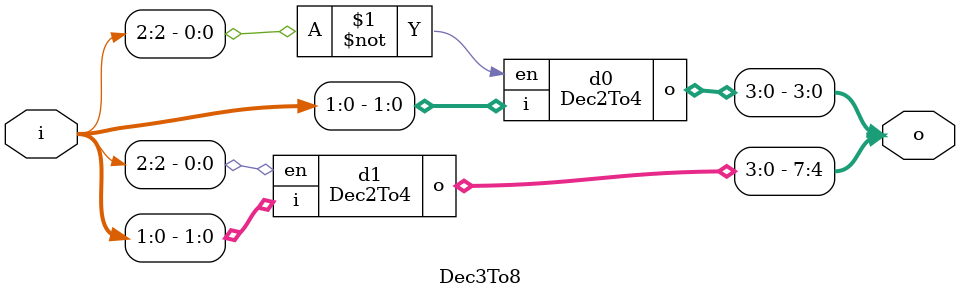
<source format=sv>
module Dec2To4(
    output [3:0] o, 
    input  [1:0] i, input en
);
    assign o[0] = en && ~i[1] && ~i[0];
    assign o[1] = en && ~i[1] &&  i[0];
    assign o[2] = en &&  i[1] && ~i[0];
    assign o[3] = en &&  i[1] &&  i[0];
endmodule

module Dec3To8(
    output [7:0] o, 
    input  [2:0] i
);
    Dec2To4 d0(o[3:0], i[1:0], ~i[2]);
    Dec2To4 d1(o[7:4], i[1:0],  i[2]);
endmodule

</source>
